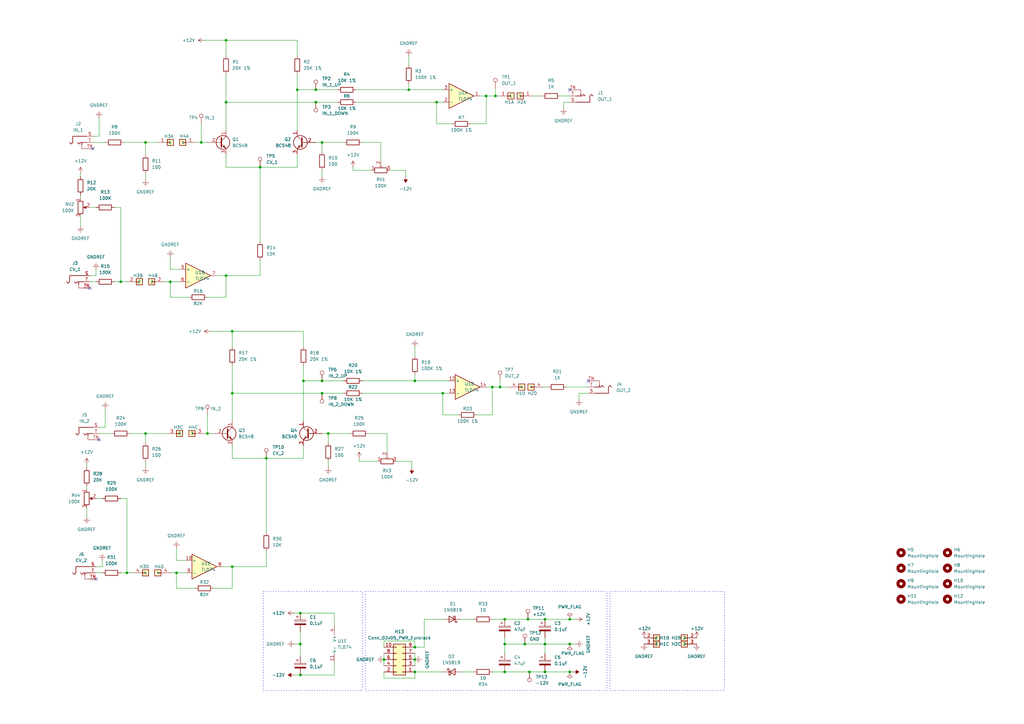
<source format=kicad_sch>
(kicad_sch (version 20230121) (generator eeschema)
  (paper "A3")
  (lib_symbols
    (symbol "Amplifier_Operational:TL074" (pin_names (offset 0.127))
      (property "Reference" "U" (at 0 5.08 0))
      (property "Value" "TL074" (at 0 -5.08 0))
      (symbol "TL074_1_1"
        (pin output line (at 7.62 0 180) (length 2.54) (name "~") (number "1"))
        (pin input line (at -7.62 -2.54 0) (length 2.54) (name "-") (number "2"))
        (pin input line (at -7.62 2.54 0) (length 2.54) (name "+") (number "3"))
      )
      (symbol "TL074_2_1"
        (pin input line (at -7.62 2.54 0) (length 2.54) (name "+") (number "5"))
        (pin input line (at -7.62 -2.54 0) (length 2.54) (name "-") (number "6"))
        (pin output line (at 7.62 0 180) (length 2.54) (name "~") (number "7"))
      )
      (symbol "TL074_3_1"
        (pin input line (at -7.62 2.54 0) (length 2.54) (name "+") (number "10"))
        (pin output line (at 7.62 0 180) (length 2.54) (name "~") (number "8"))
        (pin input line (at -7.62 -2.54 0) (length 2.54) (name "-") (number "9"))
      )
      (symbol "TL074_4_1"
        (pin input line (at -7.62 2.54 0) (length 2.54) (name "+") (number "12"))
        (pin input line (at -7.62 -2.54 0) (length 2.54) (name "-") (number "13"))
        (pin output line (at 7.62 0 180) (length 2.54) (name "~") (number "14"))
      )
      (symbol "TL074_5_1"
        (pin power_in line (at -2.54 -7.62 90) (length 3.81) (name "V-") (number "11"))
        (pin power_in line (at -2.54 7.62 270) (length 3.81) (name "V+") (number "4"))
      )
    )
    (symbol "Connector:TestPoint" (pin_numbers hide) (pin_names (offset 0.762) hide)
      (property "Reference" "TP" (at 0 6.858 0))
      (property "Value" "TestPoint" (at 0 5.08 0))
      (symbol "TestPoint_1_1"
        (pin passive line (at 0 0 90) (length 2.54) (name "1") (number "1"))
      )
    )
    (symbol "Device:C_Polarized" (pin_numbers hide) (pin_names (offset 0.254))
      (property "Reference" "C" (at 0.635 2.54 0))
      (property "Value" "C_Polarized" (at 0.635 -2.54 0))
      (symbol "C_Polarized_1_1"
        (pin passive line (at 0 3.81 270) (length 2.794) (name "~") (number "1"))
        (pin passive line (at 0 -3.81 90) (length 2.794) (name "~") (number "2"))
      )
    )
    (symbol "Device:R" (pin_numbers hide) (pin_names (offset 0))
      (property "Reference" "R" (at 2.032 0 90))
      (property "Value" "R" (at 0 0 90))
      (symbol "R_1_1"
        (pin passive line (at 0 3.81 270) (length 1.27) (name "~") (number "1"))
        (pin passive line (at 0 -3.81 90) (length 1.27) (name "~") (number "2"))
      )
    )
    (symbol "Device:R_Potentiometer" (pin_names (offset 1.016) hide)
      (property "Reference" "RV" (at -4.445 0 90))
      (property "Value" "R_Potentiometer" (at -2.54 0 90))
      (symbol "R_Potentiometer_1_1"
        (pin passive line (at 0 3.81 270) (length 1.27) (name "1") (number "1"))
        (pin passive line (at 3.81 0 180) (length 1.27) (name "2") (number "2"))
        (pin passive line (at 0 -3.81 90) (length 1.27) (name "3") (number "3"))
      )
    )
    (symbol "Device:R_Potentiometer_Trim" (pin_names (offset 1.016) hide)
      (property "Reference" "RV" (at -4.445 0 90))
      (property "Value" "R_Potentiometer_Trim" (at -2.54 0 90))
      (symbol "R_Potentiometer_Trim_1_1"
        (pin passive line (at 0 3.81 270) (length 1.27) (name "1") (number "1"))
        (pin passive line (at 3.81 0 180) (length 1.27) (name "2") (number "2"))
        (pin passive line (at 0 -3.81 90) (length 1.27) (name "3") (number "3"))
      )
    )
    (symbol "Diode:1N5819" (pin_numbers hide) (pin_names (offset 1.016) hide)
      (property "Reference" "D" (at 0 2.54 0))
      (property "Value" "1N5819" (at 0 -2.54 0))
      (symbol "1N5819_1_1"
        (pin passive line (at -3.81 0 0) (length 2.54) (name "K") (number "1"))
        (pin passive line (at 3.81 0 180) (length 2.54) (name "A") (number "2"))
      )
    )
    (symbol "Mechanical:MountingHole" (pin_names (offset 1.016))
      (property "Reference" "H" (at 0 5.08 0))
      (property "Value" "MountingHole" (at 0 3.175 0))
    )
    (symbol "Synth_Custom:CONN_02x05_PWR_Eurorack" (pin_names (offset 1.016) hide)
      (property "Reference" "H" (at 0 7.62 0))
      (property "Value" "Conn_02x05_PWR_Eurorack" (at 1.27 -7.62 0))
      (symbol "CONN_02x05_PWR_Eurorack_1_1"
        (pin passive line (at -6.35 5.08 0) (length 3.81) (name "Pin_1") (number "1"))
        (pin passive line (at 6.35 -5.08 180) (length 3.81) (name "Pin_10") (number "10"))
        (pin passive line (at 6.35 5.08 180) (length 3.81) (name "Pin_2") (number "2"))
        (pin passive line (at -6.35 2.54 0) (length 3.81) (name "Pin_3") (number "3"))
        (pin passive line (at 6.35 2.54 180) (length 3.81) (name "Pin_4") (number "4"))
        (pin passive line (at -6.35 0 0) (length 3.81) (name "Pin_5") (number "5"))
        (pin passive line (at 6.35 0 180) (length 3.81) (name "Pin_6") (number "6"))
        (pin passive line (at -6.35 -2.54 0) (length 3.81) (name "Pin_7") (number "7"))
        (pin passive line (at 6.35 -2.54 180) (length 3.81) (name "Pin_8") (number "8"))
        (pin passive line (at -6.35 -5.08 0) (length 3.81) (name "Pin_9") (number "9"))
      )
    )
    (symbol "Synth_Custom:CONN_Header_01x04"
      (property "Reference" "H" (at 2.54 0 0))
      (symbol "CONN_Header_01x04_1_1"
        (pin passive line (at -5.08 0 0) (length 3.81) (name "1") (number "1"))
      )
      (symbol "CONN_Header_01x04_2_1"
        (pin passive line (at -5.08 0 0) (length 3.81) (name "2") (number "2"))
      )
      (symbol "CONN_Header_01x04_3_1"
        (pin passive line (at -5.08 0 0) (length 3.81) (name "3") (number "3"))
      )
      (symbol "CONN_Header_01x04_4_1"
        (pin passive line (at -5.08 0 0) (length 3.81) (name "4") (number "4"))
      )
    )
    (symbol "Synth_Custom:CONN_Socket_01x04"
      (property "Reference" "H" (at 2.54 0 0))
      (symbol "CONN_Socket_01x04_1_1"
        (pin passive line (at -5.08 0 0) (length 3.81) (name "1") (number "1"))
      )
      (symbol "CONN_Socket_01x04_2_1"
        (pin passive line (at -5.08 0 0) (length 3.81) (name "2") (number "2"))
      )
      (symbol "CONN_Socket_01x04_3_1"
        (pin passive line (at -5.08 0 0) (length 3.81) (name "3") (number "3"))
      )
      (symbol "CONN_Socket_01x04_4_1"
        (pin passive line (at -5.08 0 0) (length 3.81) (name "4") (number "4"))
      )
    )
    (symbol "Synth_Custom:Jack_default"
      (property "Reference" "J" (at 0 8.89 0))
      (property "Value" "AudioJack2_PJ398SM" (at 0 6.35 0))
      (symbol "Jack_default_1_1"
        (pin passive line (at 5.08 2.54 180) (length 2.54) (name "~") (number "S"))
        (pin passive line (at 5.08 0 180) (length 2.54) (name "~") (number "T"))
        (pin passive line (at 5.08 -2.54 180) (length 2.54) (name "~") (number "TN"))
      )
    )
    (symbol "Transistor_BJT:BC548" (pin_names (offset 0) hide)
      (property "Reference" "Q" (at 5.08 1.905 0))
      (property "Value" "BC548" (at 5.08 0 0))
      (symbol "BC548_1_1"
        (pin passive line (at 2.54 5.08 270) (length 2.54) (name "C") (number "1"))
        (pin input line (at -5.08 0 0) (length 5.08) (name "B") (number "2"))
        (pin passive line (at 2.54 -5.08 90) (length 2.54) (name "E") (number "3"))
      )
    )
    (symbol "power:+12V" (power) (pin_names (offset 0))
      (property "Value" "+12V" (at 0 3.556 0))
      (symbol "+12V_1_1"
        (pin power_in line (at 0 0 90) (length 0) hide (name "+12V") (number "1"))
      )
    )
    (symbol "power:-12V" (power) (pin_names (offset 0))
      (property "Value" "-12V" (at 0 3.81 0))
      (symbol "-12V_0_0"
        (pin power_in line (at 0 0 90) (length 0) hide (name "-12V") (number "1"))
      )
    )
    (symbol "power:GNDREF" (power) (pin_names (offset 0))
      (property "Value" "GNDREF" (at 0 -3.81 0))
      (symbol "GNDREF_1_1"
        (pin power_in line (at 0 0 270) (length 0) hide (name "GNDREF") (number "1"))
      )
    )
    (symbol "power:PWR_FLAG" (power) (pin_numbers hide) (pin_names (offset 0) hide)
      (property "Value" "PWR_FLAG" (at 0 3.81 0))
      (symbol "PWR_FLAG_0_0"
        (pin power_out line (at 0 0 90) (length 0) (name "pwr") (number "1"))
      )
    )
  )
  (junction (at 121.92 36.83))
  (junction (at 129.54 41.91))
  (junction (at 49.53 115.57))
  (junction (at 205.105 158.75))
  (junction (at 123.19 264.16))
  (junction (at 207.01 264.16))
  (junction (at 233.68 275.59))
  (junction (at 170.18 275.59))
  (junction (at 223.52 264.16))
  (junction (at 157.48 270.51))
  (junction (at 179.07 41.91))
  (junction (at 233.68 254))
  (junction (at 223.52 254))
  (junction (at 52.07 234.95))
  (junction (at 82.55 58.42))
  (junction (at 170.18 156.21))
  (junction (at 106.68 68.58))
  (junction (at 132.08 161.29))
  (junction (at 92.71 16.51))
  (junction (at 72.39 234.95))
  (junction (at 217.17 275.59))
  (junction (at 124.46 156.21))
  (junction (at 92.71 113.03))
  (junction (at 167.64 36.83))
  (junction (at 95.25 161.29))
  (junction (at 207.01 254))
  (junction (at 170.18 270.51))
  (junction (at 59.69 58.42))
  (junction (at 134.62 177.8))
  (junction (at 123.19 276.86))
  (junction (at 132.08 156.21))
  (junction (at 95.25 232.41))
  (junction (at 201.93 158.75))
  (junction (at 215.265 264.16))
  (junction (at 216.535 254))
  (junction (at 85.09 177.8))
  (junction (at 170.18 265.43))
  (junction (at 92.71 41.91))
  (junction (at 95.25 135.89))
  (junction (at 207.01 275.59))
  (junction (at 233.68 264.16))
  (junction (at 181.61 161.29))
  (junction (at 129.54 36.83))
  (junction (at 69.85 115.57))
  (junction (at 132.08 58.42))
  (junction (at 199.39 39.37))
  (junction (at 223.52 275.59))
  (junction (at 59.69 177.8))
  (junction (at 123.19 251.46))
  (junction (at 109.22 187.96))
  (junction (at 203.2 39.37))
  (no_connect (at 40.64 180.34))
  (no_connect (at 36.83 118.11))
  (no_connect (at 241.3 156.21))
  (no_connect (at 38.1 60.96))
  (no_connect (at 39.37 237.49))
  (no_connect (at 233.68 36.83))
  (wire (pts (xy 72.39 234.95) (xy 76.2 234.95)))
  (wire (pts (xy 137.16 271.78) (xy 137.16 276.86)))
  (wire (pts (xy 106.68 113.03) (xy 106.68 106.68)))
  (wire (pts (xy 170.18 278.13) (xy 170.18 275.59)))
  (wire (pts (xy 134.62 189.23) (xy 134.62 191.77)))
  (wire (pts (xy 59.69 58.42) (xy 59.69 63.5)))
  (wire (pts (xy 95.25 149.86) (xy 95.25 161.29)))
  (wire (pts (xy 132.08 156.21) (xy 140.97 156.21)))
  (wire (pts (xy 124.46 182.88) (xy 124.46 187.96)))
  (wire (pts (xy 158.75 185.42) (xy 158.75 177.8)))
  (wire (pts (xy 132.08 69.85) (xy 132.08 72.39)))
  (wire (pts (xy 232.41 158.75) (xy 241.3 158.75)))
  (wire (pts (xy 120.65 276.86) (xy 123.19 276.86)))
  (wire (pts (xy 185.42 50.8) (xy 179.07 50.8)))
  (wire (pts (xy 173.99 254) (xy 181.61 254)))
  (wire (pts (xy 80.01 58.42) (xy 82.55 58.42)))
  (wire (pts (xy 33.02 80.01) (xy 33.02 81.28)))
  (wire (pts (xy 187.96 170.18) (xy 181.61 170.18)))
  (wire (pts (xy 129.54 36.83) (xy 138.43 36.83)))
  (wire (pts (xy 148.59 156.21) (xy 170.18 156.21)))
  (wire (pts (xy 170.18 153.67) (xy 170.18 156.21)))
  (wire (pts (xy 39.37 234.95) (xy 41.91 234.95)))
  (wire (pts (xy 59.69 177.8) (xy 59.69 181.61)))
  (wire (pts (xy 170.18 265.43) (xy 170.18 262.89)))
  (wire (pts (xy 106.68 68.58) (xy 106.68 99.06)))
  (wire (pts (xy 46.99 85.09) (xy 49.53 85.09)))
  (wire (pts (xy 170.18 267.97) (xy 170.18 270.51)))
  (wire (pts (xy 109.22 187.96) (xy 109.22 218.44)))
  (wire (pts (xy 193.04 50.8) (xy 199.39 50.8)))
  (wire (pts (xy 216.535 254) (xy 223.52 254)))
  (wire (pts (xy 132.08 58.42) (xy 140.97 58.42)))
  (wire (pts (xy 132.08 177.8) (xy 134.62 177.8)))
  (wire (pts (xy 50.8 58.42) (xy 59.69 58.42)))
  (wire (pts (xy 92.71 41.91) (xy 129.54 41.91)))
  (wire (pts (xy 215.265 264.16) (xy 223.52 264.16)))
  (wire (pts (xy 53.34 177.8) (xy 59.69 177.8)))
  (wire (pts (xy 69.85 115.57) (xy 73.66 115.57)))
  (wire (pts (xy 49.53 234.95) (xy 52.07 234.95)))
  (wire (pts (xy 124.46 187.96) (xy 109.22 187.96)))
  (wire (pts (xy 201.93 170.18) (xy 201.93 158.75)))
  (wire (pts (xy 52.07 115.57) (xy 49.53 115.57)))
  (wire (pts (xy 35.56 190.5) (xy 35.56 191.77)))
  (wire (pts (xy 92.71 30.48) (xy 92.71 41.91)))
  (wire (pts (xy 134.62 177.8) (xy 134.62 181.61)))
  (wire (pts (xy 123.19 259.08) (xy 123.19 264.16)))
  (wire (pts (xy 72.39 241.3) (xy 72.39 234.95)))
  (wire (pts (xy 123.19 264.16) (xy 123.19 269.24)))
  (wire (pts (xy 156.21 66.04) (xy 156.21 58.42)))
  (wire (pts (xy 199.39 50.8) (xy 199.39 39.37)))
  (wire (pts (xy 69.85 234.95) (xy 72.39 234.95)))
  (wire (pts (xy 147.32 189.23) (xy 154.94 189.23)))
  (wire (pts (xy 167.64 34.29) (xy 167.64 36.83)))
  (wire (pts (xy 35.56 199.39) (xy 35.56 200.66)))
  (wire (pts (xy 181.61 161.29) (xy 184.15 161.29)))
  (wire (pts (xy 168.91 191.77) (xy 168.91 189.23)))
  (wire (pts (xy 92.71 41.91) (xy 92.71 53.34)))
  (wire (pts (xy 223.52 275.59) (xy 233.68 275.59)))
  (wire (pts (xy 237.49 161.29) (xy 241.3 161.29)))
  (wire (pts (xy 77.47 121.92) (xy 69.85 121.92)))
  (wire (pts (xy 69.85 121.92) (xy 69.85 115.57)))
  (wire (pts (xy 231.14 44.45) (xy 231.14 41.91)))
  (wire (pts (xy 223.52 264.16) (xy 233.68 264.16)))
  (wire (pts (xy 92.71 63.5) (xy 92.71 68.58)))
  (wire (pts (xy 157.48 275.59) (xy 157.48 278.13)))
  (wire (pts (xy 85.09 121.92) (xy 92.71 121.92)))
  (wire (pts (xy 195.58 170.18) (xy 201.93 170.18)))
  (wire (pts (xy 144.78 69.85) (xy 152.4 69.85)))
  (wire (pts (xy 72.39 229.87) (xy 76.2 229.87)))
  (wire (pts (xy 134.62 177.8) (xy 143.51 177.8)))
  (wire (pts (xy 199.39 39.37) (xy 203.2 39.37)))
  (wire (pts (xy 196.85 39.37) (xy 199.39 39.37)))
  (wire (pts (xy 189.23 275.59) (xy 194.31 275.59)))
  (wire (pts (xy 170.18 270.51) (xy 170.18 273.05)))
  (wire (pts (xy 109.22 232.41) (xy 109.22 226.06)))
  (wire (pts (xy 137.16 251.46) (xy 137.16 256.54)))
  (wire (pts (xy 95.25 241.3) (xy 95.25 232.41)))
  (wire (pts (xy 132.08 161.29) (xy 140.97 161.29)))
  (wire (pts (xy 207.01 261.62) (xy 207.01 264.16)))
  (wire (pts (xy 43.18 175.26) (xy 43.18 167.64)))
  (wire (pts (xy 59.69 58.42) (xy 64.77 58.42)))
  (wire (pts (xy 123.19 264.16) (xy 120.65 264.16)))
  (wire (pts (xy 67.31 115.57) (xy 69.85 115.57)))
  (wire (pts (xy 233.68 275.59) (xy 234.95 275.59)))
  (wire (pts (xy 38.1 55.88) (xy 40.64 55.88)))
  (wire (pts (xy 95.25 187.96) (xy 109.22 187.96)))
  (wire (pts (xy 39.37 232.41) (xy 41.91 232.41)))
  (wire (pts (xy 80.01 241.3) (xy 72.39 241.3)))
  (wire (pts (xy 121.92 36.83) (xy 121.92 53.34)))
  (wire (pts (xy 82.55 58.42) (xy 85.09 58.42)))
  (wire (pts (xy 92.71 113.03) (xy 88.9 113.03)))
  (wire (pts (xy 40.64 55.88) (xy 40.64 48.26)))
  (wire (pts (xy 123.19 276.86) (xy 137.16 276.86)))
  (wire (pts (xy 54.61 234.95) (xy 52.07 234.95)))
  (wire (pts (xy 106.68 113.03) (xy 92.71 113.03)))
  (wire (pts (xy 207.01 254) (xy 216.535 254)))
  (wire (pts (xy 121.92 63.5) (xy 121.92 68.58)))
  (wire (pts (xy 157.48 267.97) (xy 157.48 270.51)))
  (wire (pts (xy 121.92 68.58) (xy 106.68 68.58)))
  (wire (pts (xy 85.09 177.8) (xy 87.63 177.8)))
  (wire (pts (xy 217.17 275.59) (xy 223.52 275.59)))
  (wire (pts (xy 158.75 177.8) (xy 151.13 177.8)))
  (wire (pts (xy 35.56 208.28) (xy 35.56 212.09)))
  (wire (pts (xy 233.68 264.16) (xy 236.22 264.16)))
  (wire (pts (xy 170.18 156.21) (xy 184.15 156.21)))
  (wire (pts (xy 121.92 36.83) (xy 129.54 36.83)))
  (wire (pts (xy 124.46 135.89) (xy 95.25 135.89)))
  (wire (pts (xy 40.64 177.8) (xy 45.72 177.8)))
  (wire (pts (xy 124.46 142.24) (xy 124.46 135.89)))
  (wire (pts (xy 36.83 85.09) (xy 39.37 85.09)))
  (wire (pts (xy 95.25 135.89) (xy 86.36 135.89)))
  (wire (pts (xy 33.02 71.12) (xy 33.02 72.39)))
  (wire (pts (xy 92.71 121.92) (xy 92.71 113.03)))
  (wire (pts (xy 38.1 58.42) (xy 43.18 58.42)))
  (wire (pts (xy 109.22 232.41) (xy 95.25 232.41)))
  (wire (pts (xy 205.105 158.75) (xy 208.915 158.75)))
  (wire (pts (xy 132.08 58.42) (xy 132.08 62.23)))
  (wire (pts (xy 173.99 254) (xy 173.99 265.43)))
  (wire (pts (xy 41.91 232.41) (xy 41.91 229.87)))
  (wire (pts (xy 166.37 69.85) (xy 160.02 69.85)))
  (wire (pts (xy 179.07 50.8) (xy 179.07 41.91)))
  (wire (pts (xy 223.52 254) (xy 233.68 254)))
  (wire (pts (xy 33.02 88.9) (xy 33.02 92.71)))
  (wire (pts (xy 218.44 39.37) (xy 222.25 39.37)))
  (wire (pts (xy 222.885 158.75) (xy 224.79 158.75)))
  (wire (pts (xy 167.64 36.83) (xy 181.61 36.83)))
  (wire (pts (xy 69.85 110.49) (xy 73.66 110.49)))
  (wire (pts (xy 179.07 41.91) (xy 181.61 41.91)))
  (wire (pts (xy 124.46 156.21) (xy 132.08 156.21)))
  (wire (pts (xy 207.01 264.16) (xy 207.01 267.97)))
  (wire (pts (xy 170.18 275.59) (xy 181.61 275.59)))
  (wire (pts (xy 95.25 182.88) (xy 95.25 187.96)))
  (wire (pts (xy 203.2 36.195) (xy 203.2 39.37)))
  (wire (pts (xy 129.54 41.91) (xy 138.43 41.91)))
  (wire (pts (xy 201.93 275.59) (xy 207.01 275.59)))
  (wire (pts (xy 36.83 115.57) (xy 39.37 115.57)))
  (wire (pts (xy 146.05 41.91) (xy 179.07 41.91)))
  (wire (pts (xy 147.32 187.96) (xy 147.32 189.23)))
  (wire (pts (xy 92.71 22.86) (xy 92.71 16.51)))
  (wire (pts (xy 95.25 232.41) (xy 91.44 232.41)))
  (wire (pts (xy 124.46 149.86) (xy 124.46 156.21)))
  (wire (pts (xy 85.09 170.18) (xy 85.09 177.8)))
  (wire (pts (xy 201.93 254) (xy 207.01 254)))
  (wire (pts (xy 207.01 275.59) (xy 217.17 275.59)))
  (wire (pts (xy 205.105 156.21) (xy 205.105 158.75)))
  (wire (pts (xy 72.39 224.79) (xy 72.39 229.87)))
  (wire (pts (xy 170.18 142.24) (xy 170.18 146.05)))
  (wire (pts (xy 233.68 254) (xy 236.22 254)))
  (wire (pts (xy 40.64 175.26) (xy 43.18 175.26)))
  (wire (pts (xy 49.53 204.47) (xy 52.07 204.47)))
  (wire (pts (xy 59.69 71.12) (xy 59.69 73.66)))
  (wire (pts (xy 157.48 270.51) (xy 157.48 273.05)))
  (wire (pts (xy 156.21 58.42) (xy 148.59 58.42)))
  (wire (pts (xy 157.48 278.13) (xy 170.18 278.13)))
  (wire (pts (xy 120.65 251.46) (xy 123.19 251.46)))
  (wire (pts (xy 181.61 170.18) (xy 181.61 161.29)))
  (wire (pts (xy 207.01 264.16) (xy 215.265 264.16)))
  (wire (pts (xy 189.23 254) (xy 194.31 254)))
  (wire (pts (xy 83.82 177.8) (xy 85.09 177.8)))
  (wire (pts (xy 121.92 16.51) (xy 92.71 16.51)))
  (wire (pts (xy 95.25 142.24) (xy 95.25 135.89)))
  (wire (pts (xy 203.2 39.37) (xy 204.47 39.37)))
  (wire (pts (xy 223.52 264.16) (xy 223.52 267.97)))
  (wire (pts (xy 173.99 265.43) (xy 170.18 265.43)))
  (wire (pts (xy 52.07 204.47) (xy 52.07 234.95)))
  (wire (pts (xy 123.19 251.46) (xy 137.16 251.46)))
  (wire (pts (xy 69.85 105.41) (xy 69.85 110.49)))
  (wire (pts (xy 59.69 177.8) (xy 68.58 177.8)))
  (wire (pts (xy 223.52 261.62) (xy 223.52 264.16)))
  (wire (pts (xy 168.91 189.23) (xy 162.56 189.23)))
  (wire (pts (xy 39.37 204.47) (xy 41.91 204.47)))
  (wire (pts (xy 121.92 22.86) (xy 121.92 16.51)))
  (wire (pts (xy 95.25 161.29) (xy 132.08 161.29)))
  (wire (pts (xy 124.46 156.21) (xy 124.46 172.72)))
  (wire (pts (xy 36.83 113.03) (xy 39.37 113.03)))
  (wire (pts (xy 92.71 68.58) (xy 106.68 68.58)))
  (wire (pts (xy 95.25 161.29) (xy 95.25 172.72)))
  (wire (pts (xy 144.78 68.58) (xy 144.78 69.85)))
  (wire (pts (xy 39.37 113.03) (xy 39.37 110.49)))
  (wire (pts (xy 229.87 39.37) (xy 233.68 39.37)))
  (wire (pts (xy 199.39 158.75) (xy 201.93 158.75)))
  (wire (pts (xy 121.92 30.48) (xy 121.92 36.83)))
  (wire (pts (xy 49.53 85.09) (xy 49.53 115.57)))
  (wire (pts (xy 87.63 241.3) (xy 95.25 241.3)))
  (wire (pts (xy 59.69 189.23) (xy 59.69 191.77)))
  (wire (pts (xy 166.37 72.39) (xy 166.37 69.85)))
  (wire (pts (xy 148.59 161.29) (xy 181.61 161.29)))
  (wire (pts (xy 157.48 262.89) (xy 157.48 265.43)))
  (wire (pts (xy 146.05 36.83) (xy 167.64 36.83)))
  (wire (pts (xy 201.93 158.75) (xy 205.105 158.75)))
  (wire (pts (xy 157.48 262.89) (xy 170.18 262.89)))
  (wire (pts (xy 129.54 58.42) (xy 132.08 58.42)))
  (wire (pts (xy 237.49 163.83) (xy 237.49 161.29)))
  (wire (pts (xy 46.99 115.57) (xy 49.53 115.57)))
  (wire (pts (xy 231.14 41.91) (xy 233.68 41.91)))
  (wire (pts (xy 82.55 50.8) (xy 82.55 58.42)))
  (wire (pts (xy 92.71 16.51) (xy 83.82 16.51)))
  (wire (pts (xy 167.64 22.86) (xy 167.64 26.67)))
  (rectangle (start 250.19 242.57) (end 297.18 283.21) (stroke (width 0.25) (type dot)))
  (rectangle (start 149.86 242.57) (end 248.92 283.21) (stroke (width 0.25) (type dot)))
  (rectangle (start 107.95 242.57) (end 148.59 283.21) (stroke (width 0.25) (type dot)))
  (symbol (lib_id "Device:R_Potentiometer") (at 35.56 204.47 0) (unit 1)
    (property "Reference" "RV4" (at 33.02 203.2 0) (effects (justify right)))
    (property "Value" "100K" (at 33.02 205.74 0) (effects (justify right)))
    (property "Footprint" "Potentiometer_THT:Potentiometer_TT_P0915N" (effects hide))
  )
  (symbol (lib_id "power:GNDREF") (at 39.37 110.49 180) (unit 1)
    (property "Reference" "#PWR012" (effects hide))
    (property "Value" "GNDREF" (at 39.37 105.41 0))
  )
  (symbol (lib_id "power:GNDREF") (at 231.14 44.45 0) (unit 1)
    (property "Reference" "#PWR03" (effects hide))
    (property "Value" "GNDREF" (at 231.14 49.53 0))
  )
  (symbol (lib_id "Device:R") (at 43.18 85.09 90) (unit 1)
    (property "Reference" "R13" (at 43.18 78.74 90))
    (property "Value" "100K" (at 43.18 81.28 90))
    (property "Footprint" "synth-custom:R_default" (effects hide))
  )
  (symbol (lib_id "Mechanical:MountingHole") (at 388.62 245.745 0) (unit 1)
    (property "Reference" "H12" (at 391.16 244.475 0) (effects (justify left)))
    (property "Value" "MountingHole" (at 391.16 247.015 0) (effects (justify left)))
    (property "Footprint" "MountingHole:MountingHole_3.2mm_M3" (effects hide))
  )
  (symbol (lib_id "Device:R") (at 45.72 234.95 90) (unit 1)
    (property "Reference" "R31" (at 45.72 228.6 90))
    (property "Value" "100K" (at 45.72 231.14 90))
    (property "Footprint" "synth-custom:R_default" (effects hide))
  )
  (symbol (lib_id "Device:R") (at 109.22 222.25 180) (unit 1)
    (property "Reference" "R30" (at 111.76 220.98 0) (effects (justify right)))
    (property "Value" "10K" (at 111.76 223.52 0) (effects (justify right)))
    (property "Footprint" "synth-custom:R_default" (effects hide))
  )
  (symbol (lib_id "power:-12V") (at 234.95 275.59 270) (unit 1)
    (property "Reference" "#PWR035" (effects hide))
    (property "Value" "-12V" (at 240.03 275.59 0))
  )
  (symbol (lib_id "Synth_Custom:CONN_Header_01x04") (at 73.66 177.8 0) (unit 3)
    (property "Reference" "H3" (at 71.12 175.26 0) (effects (justify left)))
    (property "Value" "TOP_4_SGL_1" (effects hide))
    (property "Footprint" "synth-custom:PinHeader_1x04_P2.54mm_Vertical" (effects hide))
  )
  (symbol (lib_id "power:GNDREF") (at 59.69 73.66 0) (unit 1)
    (property "Reference" "#PWR09" (effects hide))
    (property "Value" "GNDREF" (at 59.69 78.74 0))
  )
  (symbol (lib_id "Synth_Custom:CONN_Socket_01x04") (at 269.24 261.62 0) (unit 2)
    (property "Reference" "H1" (at 270.51 261.62 0) (effects (justify left)))
    (property "Value" "BTM_4_SGL_2" (effects hide))
    (property "Footprint" "synth-custom:PinSocket_1x04_P2.54mm_Vertical" (effects hide))
  )
  (symbol (lib_id "Device:C_Polarized") (at 123.19 273.05 0) (unit 1)
    (property "Reference" "C6" (at 127 270.891 0) (effects (justify left)))
    (property "Value" "0.1uF" (at 127 273.431 0) (effects (justify left)))
    (property "Footprint" "Capacitor_THT:CP_Radial_D4.0mm_P2.00mm" (effects hide))
  )
  (symbol (lib_id "power:GNDREF") (at 40.64 48.26 180) (unit 1)
    (property "Reference" "#PWR04" (effects hide))
    (property "Value" "GNDREF" (at 40.64 43.18 0))
  )
  (symbol (lib_id "Synth_Custom:Jack_default") (at 246.38 158.75 180) (unit 1)
    (property "Reference" "J4" (at 252.73 157.5435 0) (effects (justify right)))
    (property "Value" "OUT_2" (at 252.73 160.0835 0) (effects (justify right)))
    (property "Footprint" "synth-custom:Jack_default" (effects hide))
  )
  (symbol (lib_id "Device:R") (at 142.24 36.83 90) (unit 1)
    (property "Reference" "R4" (at 142.24 30.48 90))
    (property "Value" "10K 1%" (at 142.24 33.02 90))
    (property "Footprint" "synth-custom:R_default" (effects hide))
  )
  (symbol (lib_id "Diode:1N5819") (at 185.42 275.59 0) (unit 1)
    (property "Reference" "D2" (at 185.1025 269.24 0))
    (property "Value" "1N5819" (at 185.1025 271.78 0))
    (property "Footprint" "synth-custom:D_PWR_default" (effects hide))
    (property "Datasheet" "http://www.vishay.com/docs/88525/1n5817.pdf" (effects hide))
  )
  (symbol (lib_id "Mechanical:MountingHole") (at 369.57 226.695 0) (unit 1)
    (property "Reference" "H5" (at 372.11 225.425 0) (effects (justify left)))
    (property "Value" "MountingHole" (at 372.11 227.965 0) (effects (justify left)))
    (property "Footprint" "MountingHole:MountingHole_3.2mm_M3" (effects hide))
  )
  (symbol (lib_id "Device:R") (at 144.78 161.29 90) (unit 1)
    (property "Reference" "R22" (at 144.78 158.75 90))
    (property "Value" "10K 1%" (at 144.78 163.83 90))
    (property "Footprint" "synth-custom:R_default" (effects hide))
  )
  (symbol (lib_id "Synth_Custom:CONN_Socket_01x04") (at 269.24 264.16 0) (unit 3)
    (property "Reference" "H1" (at 270.51 264.16 0) (effects (justify left)))
    (property "Value" "BTM_4_SGL_2" (effects hide))
    (property "Footprint" "synth-custom:PinSocket_1x04_P2.54mm_Vertical" (effects hide))
  )
  (symbol (lib_id "Device:R") (at 198.12 275.59 90) (unit 1)
    (property "Reference" "R34" (at 198.12 280.67 90))
    (property "Value" "10" (at 198.12 278.13 90))
    (property "Footprint" "synth-custom:R_default" (effects hide))
  )
  (symbol (lib_id "Device:R") (at 189.23 50.8 270) (unit 1)
    (property "Reference" "R7" (at 189.23 48.26 90))
    (property "Value" "100K 1%" (at 189.23 53.34 90))
    (property "Footprint" "synth-custom:R_default" (effects hide))
  )
  (symbol (lib_id "Device:R") (at 92.71 26.67 180) (unit 1)
    (property "Reference" "R1" (at 95.25 25.4 0) (effects (justify right)))
    (property "Value" "20K 1%" (at 95.25 27.94 0) (effects (justify right)))
    (property "Footprint" "synth-custom:R_default" (effects hide))
  )
  (symbol (lib_id "Device:R") (at 144.78 156.21 90) (unit 1)
    (property "Reference" "R20" (at 144.78 149.86 90))
    (property "Value" "10K 1%" (at 144.78 152.4 90))
    (property "Footprint" "synth-custom:R_default" (effects hide))
  )
  (symbol (lib_id "power:PWR_FLAG") (at 233.68 254 0) (unit 1)
    (property "Reference" "#FLG01" (effects hide))
    (property "Value" "PWR_FLAG" (at 233.68 248.92 0))
  )
  (symbol (lib_id "Device:R") (at 95.25 146.05 180) (unit 1)
    (property "Reference" "R17" (at 97.79 144.78 0) (effects (justify right)))
    (property "Value" "20K 1%" (at 97.79 147.32 0) (effects (justify right)))
    (property "Footprint" "synth-custom:R_default" (effects hide))
  )
  (symbol (lib_id "Device:R_Potentiometer_Trim") (at 158.75 189.23 90) (unit 1)
    (property "Reference" "RV3" (at 158.75 193.04 90))
    (property "Value" "100K" (at 158.75 195.58 90))
    (property "Footprint" "Potentiometer_THT:Potentiometer_Bourns_3296W_Vertical" (effects hide))
  )
  (symbol (lib_id "Diode:1N5819") (at 185.42 254 180) (unit 1)
    (property "Reference" "D1" (at 185.7375 247.65 0))
    (property "Value" "1N5819" (at 185.7375 250.19 0))
    (property "Footprint" "synth-custom:D_PWR_default" (effects hide))
    (property "Datasheet" "http://www.vishay.com/docs/88525/1n5817.pdf" (effects hide))
  )
  (symbol (lib_id "Synth_Custom:CONN_Socket_01x04") (at 74.93 58.42 180) (unit 1)
    (property "Reference" "H4" (at 77.47 55.88 0) (effects (justify left)))
    (property "Value" "BTM_4_SGL_1" (effects hide))
    (property "Footprint" "synth-custom:PinSocket_1x04_P2.54mm_Vertical" (effects hide))
  )
  (symbol (lib_id "power:GNDREF") (at 43.18 167.64 180) (unit 1)
    (property "Reference" "#PWR016" (effects hide))
    (property "Value" "GNDREF" (at 43.18 162.56 0))
  )
  (symbol (lib_id "Device:R") (at 170.18 149.86 0) (unit 1)
    (property "Reference" "R19" (at 172.72 148.59 0) (effects (justify left)))
    (property "Value" "100K 1%" (at 172.72 151.13 0) (effects (justify left)))
    (property "Footprint" "synth-custom:R_default" (effects hide))
  )
  (symbol (lib_id "Device:C_Polarized") (at 223.52 271.78 0) (unit 1)
    (property "Reference" "C5" (at 227.33 269.621 0) (effects (justify left)))
    (property "Value" "0.1uF" (at 227.33 272.161 0) (effects (justify left)))
    (property "Footprint" "Capacitor_THT:CP_Radial_D4.0mm_P2.00mm" (effects hide))
  )
  (symbol (lib_id "Device:R") (at 226.06 39.37 90) (unit 1)
    (property "Reference" "R5" (at 226.06 33.02 90))
    (property "Value" "1K" (at 226.06 35.56 90))
    (property "Footprint" "synth-custom:R_default" (effects hide))
  )
  (symbol (lib_id "Device:R") (at 147.32 177.8 90) (unit 1)
    (property "Reference" "R25" (at 147.32 171.45 90))
    (property "Value" "100K" (at 147.32 173.99 90))
    (property "Footprint" "synth-custom:R_default" (effects hide))
  )
  (symbol (lib_id "Connector:TestPoint") (at 216.535 254 0) (unit 1)
    (property "Reference" "TP11" (at 218.44 249.428 0) (effects (justify left)))
    (property "Value" "+12V" (at 218.44 251.968 0) (effects (justify left)))
    (property "Footprint" "Connector_Pin:Pin_D1.0mm_L10.0mm" (effects hide))
  )
  (symbol (lib_id "Transistor_BJT:BC548") (at 90.17 58.42 0) (unit 1)
    (property "Reference" "Q1" (at 95.25 57.15 0) (effects (justify left)))
    (property "Value" "BC548" (at 95.25 59.69 0) (effects (justify left)))
    (property "Footprint" "Package_TO_SOT_THT:TO-92_HandSolder" (effects hide))
    (property "Datasheet" "https://www.onsemi.com/pub/Collateral/BC550-D.pdf" (effects hide))
  )
  (symbol (lib_id "Transistor_BJT:BC548") (at 92.71 177.8 0) (unit 1)
    (property "Reference" "Q3" (at 97.79 176.53 0) (effects (justify left)))
    (property "Value" "BC548" (at 97.79 179.07 0) (effects (justify left)))
    (property "Footprint" "Package_TO_SOT_THT:TO-92_HandSolder" (effects hide))
    (property "Datasheet" "https://www.onsemi.com/pub/Collateral/BC550-D.pdf" (effects hide))
  )
  (symbol (lib_id "Mechanical:MountingHole") (at 369.57 245.745 0) (unit 1)
    (property "Reference" "H11" (at 372.11 244.475 0) (effects (justify left)))
    (property "Value" "MountingHole" (at 372.11 247.015 0) (effects (justify left)))
    (property "Footprint" "MountingHole:MountingHole_3.2mm_M3" (effects hide))
  )
  (symbol (lib_id "Synth_Custom:CONN_Header_01x04") (at 69.85 58.42 0) (unit 1)
    (property "Reference" "H3" (at 67.31 55.88 0) (effects (justify left)))
    (property "Value" "TOP_4_SGL_1" (effects hide))
    (property "Footprint" "synth-custom:PinHeader_1x04_P2.54mm_Vertical" (effects hide))
  )
  (symbol (lib_id "Synth_Custom:CONN_Socket_01x04") (at 213.995 158.75 0) (unit 4)
    (property "Reference" "H1" (at 211.455 161.29 0) (effects (justify left)))
    (property "Value" "BTM_4_SGL_2" (effects hide))
    (property "Footprint" "synth-custom:PinSocket_1x04_P2.54mm_Vertical" (effects hide))
  )
  (symbol (lib_id "Connector:TestPoint") (at 109.22 187.96 0) (unit 1)
    (property "Reference" "TP10" (at 111.76 183.388 0) (effects (justify left)))
    (property "Value" "CV_2" (at 111.76 185.928 0) (effects (justify left)))
    (property "Footprint" "Connector_Pin:Pin_D1.0mm_L10.0mm" (effects hide))
  )
  (symbol (lib_id "power:PWR_FLAG") (at 233.68 264.16 180) (unit 1)
    (property "Reference" "#FLG02" (effects hide))
    (property "Value" "PWR_FLAG" (at 234.95 267.97 0))
  )
  (symbol (lib_id "Device:C_Polarized") (at 207.01 271.78 0) (unit 1)
    (property "Reference" "C4" (at 210.82 269.621 0) (effects (justify left)))
    (property "Value" "47uF" (at 210.82 272.161 0) (effects (justify left)))
    (property "Footprint" "Capacitor_THT:CP_Radial_D6.3mm_P2.50mm" (effects hide))
  )
  (symbol (lib_id "Transistor_BJT:BC548") (at 124.46 58.42 0) (mirror y) (unit 1)
    (property "Reference" "Q2" (at 119.38 57.15 0) (effects (justify left)))
    (property "Value" "BC548" (at 119.38 59.69 0) (effects (justify left)))
    (property "Footprint" "Package_TO_SOT_THT:TO-92_HandSolder" (effects hide))
    (property "Datasheet" "https://www.onsemi.com/pub/Collateral/BC550-D.pdf" (effects hide))
  )
  (symbol (lib_id "power:GNDREF") (at 236.22 264.16 90) (unit 1)
    (property "Reference" "#PWR030" (effects hide))
    (property "Value" "GNDREF" (at 241.3 264.16 0))
  )
  (symbol (lib_id "Synth_Custom:CONN_Header_01x04") (at 59.69 234.95 0) (unit 4)
    (property "Reference" "H3" (at 57.15 232.41 0) (effects (justify left)))
    (property "Value" "TOP_4_SGL_1" (effects hide))
    (property "Footprint" "synth-custom:PinHeader_1x04_P2.54mm_Vertical" (effects hide))
  )
  (symbol (lib_id "Connector:TestPoint") (at 106.68 68.58 0) (unit 1)
    (property "Reference" "TP5" (at 109.22 64.008 0) (effects (justify left)))
    (property "Value" "CV_1" (at 109.22 66.548 0) (effects (justify left)))
    (property "Footprint" "Connector_Pin:Pin_D1.0mm_L10.0mm" (effects hide))
  )
  (symbol (lib_id "power:+12V") (at 33.02 71.12 0) (unit 1)
    (property "Reference" "#PWR06" (effects hide))
    (property "Value" "+12V" (at 33.02 66.04 0))
  )
  (symbol (lib_id "power:+12V") (at 147.32 187.96 0) (unit 1)
    (property "Reference" "#PWR017" (effects hide))
    (property "Value" "+12V" (at 147.32 182.88 0))
  )
  (symbol (lib_id "power:GNDREF") (at 264.16 264.16 0) (unit 1)
    (property "Reference" "#PWR031" (effects hide))
    (property "Value" "GNDREF" (at 264.16 269.24 0))
  )
  (symbol (lib_id "Connector:TestPoint") (at 129.54 36.83 0) (unit 1)
    (property "Reference" "TP2" (at 132.08 32.258 0) (effects (justify left)))
    (property "Value" "IN_1_UP" (at 132.08 34.798 0) (effects (justify left)))
    (property "Footprint" "Connector_Pin:Pin_D1.0mm_L10.0mm" (effects hide))
  )
  (symbol (lib_id "Device:R") (at 106.68 102.87 180) (unit 1)
    (property "Reference" "R14" (at 109.22 101.6 0) (effects (justify right)))
    (property "Value" "10K" (at 109.22 104.14 0) (effects (justify right)))
    (property "Footprint" "synth-custom:R_default" (effects hide))
  )
  (symbol (lib_id "Device:R") (at 191.77 170.18 270) (unit 1)
    (property "Reference" "R23" (at 191.77 167.64 90))
    (property "Value" "100K 1%" (at 191.77 172.72 90))
    (property "Footprint" "synth-custom:R_default" (effects hide))
  )
  (symbol (lib_id "power:GNDREF") (at 33.02 92.71 0) (unit 1)
    (property "Reference" "#PWR010" (effects hide))
    (property "Value" "GNDREF" (at 33.02 97.79 0))
  )
  (symbol (lib_id "power:GNDREF") (at 120.65 264.16 270) (unit 1)
    (property "Reference" "#PWR029" (effects hide))
    (property "Value" "GNDREF" (at 116.84 264.16 90) (effects (justify right)))
  )
  (symbol (lib_id "Synth_Custom:CONN_Header_01x04") (at 280.67 261.62 180) (unit 2)
    (property "Reference" "H2" (at 279.4 261.62 0) (effects (justify left)))
    (property "Value" "TOP_4_SGL_2" (effects hide))
    (property "Footprint" "synth-custom:PinHeader_1x04_P2.54mm_Vertical" (effects hide))
  )
  (symbol (lib_id "Device:C_Polarized") (at 207.01 257.81 0) (unit 1)
    (property "Reference" "C2" (at 210.82 255.651 0) (effects (justify left)))
    (property "Value" "47uF" (at 210.82 258.191 0) (effects (justify left)))
    (property "Footprint" "Capacitor_THT:CP_Radial_D6.3mm_P2.50mm" (effects hide))
  )
  (symbol (lib_id "Device:C_Polarized") (at 123.19 255.27 0) (unit 1)
    (property "Reference" "C1" (at 127 253.111 0) (effects (justify left)))
    (property "Value" "0.1uF" (at 127 255.651 0) (effects (justify left)))
    (property "Footprint" "Capacitor_THT:CP_Radial_D4.0mm_P2.00mm" (effects hide))
  )
  (symbol (lib_id "Connector:TestPoint") (at 129.54 41.91 180) (unit 1)
    (property "Reference" "TP3" (at 132.08 43.942 0) (effects (justify right)))
    (property "Value" "IN_1_DOWN" (at 132.08 46.482 0) (effects (justify right)))
    (property "Footprint" "Connector_Pin:Pin_D1.0mm_L10.0mm" (effects hide))
  )
  (symbol (lib_id "power:+12V") (at 264.16 261.62 0) (unit 1)
    (property "Reference" "#PWR027" (effects hide))
    (property "Value" "+12V" (at 261.62 257.81 0) (effects (justify left)))
  )
  (symbol (lib_id "Synth_Custom:CONN_Header_01x04") (at 57.15 115.57 0) (unit 2)
    (property "Reference" "H3" (at 54.61 113.03 0) (effects (justify left)))
    (property "Value" "TOP_4_SGL_1" (effects hide))
    (property "Footprint" "synth-custom:PinHeader_1x04_P2.54mm_Vertical" (effects hide))
  )
  (symbol (lib_id "power:GNDREF") (at 170.18 270.51 90) (unit 1)
    (property "Reference" "#PWR034" (effects hide))
    (property "Value" "GNDREF" (at 175.26 270.51 0))
  )
  (symbol (lib_id "Mechanical:MountingHole") (at 369.57 233.045 0) (unit 1)
    (property "Reference" "H7" (at 372.11 231.775 0) (effects (justify left)))
    (property "Value" "MountingHole" (at 372.11 234.315 0) (effects (justify left)))
    (property "Footprint" "MountingHole:MountingHole_3.2mm_M3" (effects hide))
  )
  (symbol (lib_id "Device:R") (at 142.24 41.91 90) (unit 1)
    (property "Reference" "R6" (at 142.24 39.37 90))
    (property "Value" "10K 1%" (at 142.24 44.45 90))
    (property "Footprint" "synth-custom:R_default" (effects hide))
  )
  (symbol (lib_id "Connector:TestPoint") (at 215.265 264.16 0) (unit 1)
    (property "Reference" "TP12" (at 217.17 259.588 0) (effects (justify left)))
    (property "Value" "GND" (at 217.17 262.128 0) (effects (justify left)))
    (property "Footprint" "Connector_Pin:Pin_D1.0mm_L10.0mm" (effects hide))
  )
  (symbol (lib_id "Connector:TestPoint") (at 132.08 161.29 180) (unit 1)
    (property "Reference" "TP8" (at 134.62 163.322 0) (effects (justify right)))
    (property "Value" "IN_2_DOWN" (at 134.62 165.862 0) (effects (justify right)))
    (property "Footprint" "Connector_Pin:Pin_D1.0mm_L10.0mm" (effects hide))
  )
  (symbol (lib_id "Connector:TestPoint") (at 205.105 156.21 0) (unit 1)
    (property "Reference" "TP7" (at 207.01 151.638 0) (effects (justify left)))
    (property "Value" "OUT_2" (at 207.01 154.178 0) (effects (justify left)))
    (property "Footprint" "Connector_Pin:Pin_D1.0mm_L10.0mm" (effects hide))
  )
  (symbol (lib_id "Device:R_Potentiometer") (at 33.02 85.09 0) (unit 1)
    (property "Reference" "RV2" (at 30.48 83.82 0) (effects (justify right)))
    (property "Value" "100K" (at 30.48 86.36 0) (effects (justify right)))
    (property "Footprint" "Potentiometer_THT:Potentiometer_TT_P0915N" (effects hide))
  )
  (symbol (lib_id "power:-12V") (at 166.37 72.39 180) (unit 1)
    (property "Reference" "#PWR08" (effects hide))
    (property "Value" "-12V" (at 166.37 77.47 0))
  )
  (symbol (lib_id "Device:R") (at 59.69 185.42 180) (unit 1)
    (property "Reference" "R26" (at 62.23 184.15 0) (effects (justify right)))
    (property "Value" "100" (at 62.23 186.69 0) (effects (justify right)))
    (property "Footprint" "synth-custom:R_default" (effects hide))
  )
  (symbol (lib_id "Synth_Custom:CONN_Socket_01x04") (at 78.74 177.8 180) (unit 3)
    (property "Reference" "H4" (at 81.28 175.26 0) (effects (justify left)))
    (property "Value" "BTM_4_SGL_1" (effects hide))
    (property "Footprint" "synth-custom:PinSocket_1x04_P2.54mm_Vertical" (effects hide))
  )
  (symbol (lib_id "Mechanical:MountingHole") (at 388.62 239.395 0) (unit 1)
    (property "Reference" "H10" (at 391.16 238.125 0) (effects (justify left)))
    (property "Value" "MountingHole" (at 391.16 240.665 0) (effects (justify left)))
    (property "Footprint" "MountingHole:MountingHole_3.2mm_M3" (effects hide))
  )
  (symbol (lib_id "Device:R") (at 49.53 177.8 90) (unit 1)
    (property "Reference" "R24" (at 49.53 171.45 90))
    (property "Value" "100K" (at 49.53 173.99 90))
    (property "Footprint" "synth-custom:R_default" (effects hide))
  )
  (symbol (lib_id "power:GNDREF") (at 132.08 72.39 0) (unit 1)
    (property "Reference" "#PWR07" (effects hide))
    (property "Value" "GNDREF" (at 132.08 77.47 0))
  )
  (symbol (lib_id "Device:C_Polarized") (at 223.52 257.81 0) (unit 1)
    (property "Reference" "C3" (at 227.33 255.651 0) (effects (justify left)))
    (property "Value" "0.1uF" (at 227.33 258.191 0) (effects (justify left)))
    (property "Footprint" "Capacitor_THT:CP_Radial_D4.0mm_P2.00mm" (effects hide))
  )
  (symbol (lib_id "Synth_Custom:CONN_Header_01x04") (at 213.36 39.37 180) (unit 1)
    (property "Reference" "H2" (at 215.9 41.91 0) (effects (justify left)))
    (property "Value" "TOP_4_SGL_2" (effects hide))
    (property "Footprint" "synth-custom:PinHeader_1x04_P2.54mm_Vertical" (effects hide))
  )
  (symbol (lib_id "power:GNDREF") (at 157.48 270.51 270) (unit 1)
    (property "Reference" "#PWR033" (effects hide))
    (property "Value" "GNDREF" (at 153.67 270.51 90) (effects (justify right)))
  )
  (symbol (lib_id "power:GNDREF") (at 167.64 22.86 180) (unit 1)
    (property "Reference" "#PWR02" (effects hide))
    (property "Value" "GNDREF" (at 167.64 17.78 0))
  )
  (symbol (lib_id "Mechanical:MountingHole") (at 388.62 233.045 0) (unit 1)
    (property "Reference" "H8" (at 391.16 231.775 0) (effects (justify left)))
    (property "Value" "MountingHole" (at 391.16 234.315 0) (effects (justify left)))
    (property "Footprint" "MountingHole:MountingHole_3.2mm_M3" (effects hide))
  )
  (symbol (lib_id "power:GNDREF") (at 134.62 191.77 0) (unit 1)
    (property "Reference" "#PWR020" (effects hide))
    (property "Value" "GNDREF" (at 134.62 196.85 0))
  )
  (symbol (lib_id "power:GNDREF") (at 69.85 105.41 180) (unit 1)
    (property "Reference" "#PWR011" (effects hide))
    (property "Value" "GNDREF" (at 69.85 100.33 0))
  )
  (symbol (lib_id "Device:R") (at 132.08 66.04 180) (unit 1)
    (property "Reference" "R10" (at 134.62 64.77 0) (effects (justify right)))
    (property "Value" "100" (at 134.62 67.31 0) (effects (justify right)))
    (property "Footprint" "synth-custom:R_default" (effects hide))
  )
  (symbol (lib_id "Device:R") (at 59.69 67.31 180) (unit 1)
    (property "Reference" "R11" (at 62.23 66.04 0) (effects (justify right)))
    (property "Value" "100" (at 62.23 68.58 0) (effects (justify right)))
    (property "Footprint" "synth-custom:R_default" (effects hide))
  )
  (symbol (lib_id "Connector:TestPoint") (at 85.09 170.18 0) (unit 1)
    (property "Reference" "TP9" (at 80.01 167.64 0) (effects (justify left)))
    (property "Value" "IN_2" (at 86.36 167.64 0) (effects (justify left)))
    (property "Footprint" "Connector_Pin:Pin_D1.0mm_L10.0mm" (effects hide))
  )
  (symbol (lib_id "Synth_Custom:Jack_default") (at 34.29 234.95 0) (unit 1)
    (property "Reference" "J6" (at 33.3375 227.33 0))
    (property "Value" "CV_2" (at 33.3375 229.87 0))
    (property "Footprint" "synth-custom:Jack_default" (effects hide))
  )
  (symbol (lib_id "Mechanical:MountingHole") (at 369.57 239.395 0) (unit 1)
    (property "Reference" "H9" (at 372.11 238.125 0) (effects (justify left)))
    (property "Value" "MountingHole" (at 372.11 240.665 0) (effects (justify left)))
    (property "Footprint" "MountingHole:MountingHole_3.2mm_M3" (effects hide))
  )
  (symbol (lib_id "power:GNDREF") (at 285.75 264.16 0) (unit 1)
    (property "Reference" "#PWR032" (effects hide))
    (property "Value" "GNDREF" (at 285.75 269.24 0))
  )
  (symbol (lib_id "Synth_Custom:CONN_02x05_PWR_Eurorack") (at 163.83 270.51 180) (unit 1)
    (property "Reference" "H13" (at 163.83 259.08 0))
    (property "Value" "Conn_02x05_PWR_Eurorack" (at 163.83 261.62 0))
    (property "Footprint" "synth-custom:CONN_02x05_PWR" (effects hide))
  )
  (symbol (lib_id "Device:R") (at 46.99 58.42 90) (unit 1)
    (property "Reference" "R8" (at 46.99 52.07 90))
    (property "Value" "100K" (at 46.99 54.61 90))
    (property "Footprint" "synth-custom:R_default" (effects hide))
  )
  (symbol (lib_id "Device:R") (at 124.46 146.05 180) (unit 1)
    (property "Reference" "R18" (at 127 144.78 0) (effects (justify right)))
    (property "Value" "20K 1%" (at 127 147.32 0) (effects (justify right)))
    (property "Footprint" "synth-custom:R_default" (effects hide))
  )
  (symbol (lib_id "Device:R") (at 35.56 195.58 180) (unit 1)
    (property "Reference" "R28" (at 38.1 194.31 0) (effects (justify right)))
    (property "Value" "20K" (at 38.1 196.85 0) (effects (justify right)))
    (property "Footprint" "synth-custom:R_default" (effects hide))
  )
  (symbol (lib_id "power:-12V") (at 120.65 276.86 90) (unit 1)
    (property "Reference" "#PWR036" (effects hide))
    (property "Value" "-12V" (at 116.84 276.86 90) (effects (justify left)))
  )
  (symbol (lib_id "Device:R") (at 43.18 115.57 90) (unit 1)
    (property "Reference" "R15" (at 43.18 109.22 90))
    (property "Value" "100K" (at 43.18 111.76 90))
    (property "Footprint" "synth-custom:R_default" (effects hide))
  )
  (symbol (lib_id "Synth_Custom:CONN_Header_01x04") (at 280.67 264.16 180) (unit 3)
    (property "Reference" "H2" (at 279.4 264.16 0) (effects (justify left)))
    (property "Value" "TOP_4_SGL_2" (effects hide))
    (property "Footprint" "synth-custom:PinHeader_1x04_P2.54mm_Vertical" (effects hide))
  )
  (symbol (lib_id "power:GNDREF") (at 59.69 191.77 0) (unit 1)
    (property "Reference" "#PWR019" (effects hide))
    (property "Value" "GNDREF" (at 59.69 196.85 0))
  )
  (symbol (lib_id "Connector:TestPoint") (at 203.2 36.195 0) (unit 1)
    (property "Reference" "TP1" (at 205.74 31.623 0) (effects (justify left)))
    (property "Value" "OUT_1" (at 205.74 34.163 0) (effects (justify left)))
    (property "Footprint" "Connector_Pin:Pin_D1.0mm_L10.0mm" (effects hide))
  )
  (symbol (lib_id "Amplifier_Operational:TL074") (at 189.23 39.37 0) (unit 1)
    (property "Reference" "U1" (at 187.96 38.1 0) (effects (justify left)))
    (property "Value" "TL074" (at 187.96 40.64 0) (effects (justify left)))
    (property "Footprint" "Package_DIP:DIP-14_W7.62mm_Socket_LongPads" (effects hide))
    (property "Datasheet" "http://www.ti.com/lit/ds/symlink/tl071.pdf" (effects hide))
  )
  (symbol (lib_id "power:+12V") (at 120.65 251.46 90) (unit 1)
    (property "Reference" "#PWR025" (effects hide))
    (property "Value" "+12V" (at 116.84 251.46 90) (effects (justify left)))
  )
  (symbol (lib_id "Amplifier_Operational:TL074") (at 139.7 264.16 0) (unit 5)
    (property "Reference" "U1" (at 138.43 262.89 0) (effects (justify left)))
    (property "Value" "TL074" (at 138.43 265.43 0) (effects (justify left)))
    (property "Footprint" "Package_DIP:DIP-14_W7.62mm_Socket_LongPads" (effects hide))
    (property "Datasheet" "http://www.ti.com/lit/ds/symlink/tl071.pdf" (effects hide))
  )
  (symbol (lib_id "power:GNDREF") (at 41.91 229.87 180) (unit 1)
    (property "Reference" "#PWR024" (effects hide))
    (property "Value" "GNDREF" (at 41.91 224.79 0))
  )
  (symbol (lib_id "power:+12V") (at 236.22 254 270) (unit 1)
    (property "Reference" "#PWR026" (effects hide))
    (property "Value" "+12V" (at 241.3 254 0))
  )
  (symbol (lib_id "Synth_Custom:CONN_Socket_01x04") (at 62.23 115.57 180) (unit 2)
    (property "Reference" "H4" (at 64.77 113.03 0) (effects (justify left)))
    (property "Value" "BTM_4_SGL_1" (effects hide))
    (property "Footprint" "synth-custom:PinSocket_1x04_P2.54mm_Vertical" (effects hide))
  )
  (symbol (lib_id "Connector:TestPoint") (at 217.17 275.59 180) (unit 1)
    (property "Reference" "TP13" (at 219.71 277.622 0) (effects (justify right)))
    (property "Value" "-12V" (at 219.71 280.162 0) (effects (justify right)))
    (property "Footprint" "Connector_Pin:Pin_D1.0mm_L10.0mm" (effects hide))
  )
  (symbol (lib_id "Transistor_BJT:BC548") (at 127 177.8 0) (mirror y) (unit 1)
    (property "Reference" "Q4" (at 121.92 176.53 0) (effects (justify left)))
    (property "Value" "BC548" (at 121.92 179.07 0) (effects (justify left)))
    (property "Footprint" "Package_TO_SOT_THT:TO-92_HandSolder" (effects hide))
    (property "Datasheet" "https://www.onsemi.com/pub/Collateral/BC550-D.pdf" (effects hide))
  )
  (symbol (lib_id "Device:R") (at 228.6 158.75 90) (unit 1)
    (property "Reference" "R21" (at 228.6 152.4 90))
    (property "Value" "1K" (at 228.6 154.94 90))
    (property "Footprint" "synth-custom:R_default" (effects hide))
  )
  (symbol (lib_id "Synth_Custom:CONN_Socket_01x04") (at 64.77 234.95 180) (unit 4)
    (property "Reference" "H4" (at 67.31 232.41 0) (effects (justify left)))
    (property "Value" "BTM_4_SGL_1" (effects hide))
    (property "Footprint" "synth-custom:PinSocket_1x04_P2.54mm_Vertical" (effects hide))
  )
  (symbol (lib_id "Synth_Custom:Jack_default") (at 238.76 39.37 180) (unit 1)
    (property "Reference" "J1" (at 245.11 38.1635 0) (effects (justify right)))
    (property "Value" "OUT_1" (at 245.11 40.7035 0) (effects (justify right)))
    (property "Footprint" "synth-custom:Jack_default" (effects hide))
  )
  (symbol (lib_id "power:GNDREF") (at 237.49 163.83 0) (unit 1)
    (property "Reference" "#PWR015" (effects hide))
    (property "Value" "GNDREF" (at 237.49 168.91 0))
  )
  (symbol (lib_id "power:+12V") (at 86.36 135.89 90) (unit 1)
    (property "Reference" "#PWR013" (effects hide))
    (property "Value" "+12V" (at 82.55 135.89 90) (effects (justify left)))
  )
  (symbol (lib_id "power:GNDREF") (at 170.18 142.24 180) (unit 1)
    (property "Reference" "#PWR014" (effects hide))
    (property "Value" "GNDREF" (at 170.18 137.16 0))
  )
  (symbol (lib_id "power:-12V") (at 168.91 191.77 180) (unit 1)
    (property "Reference" "#PWR021" (effects hide))
    (property "Value" "-12V" (at 168.91 196.85 0))
  )
  (symbol (lib_id "power:+12V") (at 144.78 68.58 0) (unit 1)
    (property "Reference" "#PWR05" (effects hide))
    (property "Value" "+12V" (at 144.78 63.5 0))
  )
  (symbol (lib_id "Device:R") (at 198.12 254 90) (unit 1)
    (property "Reference" "R33" (at 198.12 247.65 90))
    (property "Value" "10" (at 198.12 250.19 90))
    (property "Footprint" "synth-custom:R_default" (effects hide))
  )
  (symbol (lib_id "Device:R") (at 33.02 76.2 180) (unit 1)
    (property "Reference" "R12" (at 35.56 74.93 0) (effects (justify right)))
    (property "Value" "20K" (at 35.56 77.47 0) (effects (justify right)))
    (property "Footprint" "synth-custom:R_default" (effects hide))
  )
  (symbol (lib_id "Amplifier_Operational:TL074") (at 83.82 232.41 0) (unit 3)
    (property "Reference" "U1" (at 82.55 231.14 0) (effects (justify left)))
    (property "Value" "TL074" (at 82.55 233.68 0) (effects (justify left)))
    (property "Footprint" "Package_DIP:DIP-14_W7.62mm_Socket_LongPads" (effects hide))
    (property "Datasheet" "http://www.ti.com/lit/ds/symlink/tl071.pdf" (effects hide))
  )
  (symbol (lib_id "Mechanical:MountingHole") (at 388.62 226.695 0) (unit 1)
    (property "Reference" "H6" (at 391.16 225.425 0) (effects (justify left)))
    (property "Value" "MountingHole" (at 391.16 227.965 0) (effects (justify left)))
    (property "Footprint" "MountingHole:MountingHole_3.2mm_M3" (effects hide))
  )
  (symbol (lib_id "Synth_Custom:Jack_default") (at 35.56 177.8 0) (unit 1)
    (property "Reference" "J5" (at 34.6075 170.18 0))
    (property "Value" "IN_2" (at 34.6075 172.72 0))
    (property "Footprint" "synth-custom:Jack_default" (effects hide))
  )
  (symbol (lib_id "Amplifier_Operational:TL074") (at 81.28 113.03 0) (unit 2)
    (property "Reference" "U1" (at 80.01 111.76 0) (effects (justify left)))
    (property "Value" "TL074" (at 80.01 114.3 0) (effects (justify left)))
    (property "Footprint" "Package_DIP:DIP-14_W7.62mm_Socket_LongPads" (effects hide))
    (property "Datasheet" "http://www.ti.com/lit/ds/symlink/tl071.pdf" (effects hide))
  )
  (symbol (lib_id "power:+12V") (at 35.56 190.5 0) (unit 1)
    (property "Reference" "#PWR018" (effects hide))
    (property "Value" "+12V" (at 35.56 185.42 0))
  )
  (symbol (lib_id "power:PWR_FLAG") (at 233.68 275.59 180) (unit 1)
    (property "Reference" "#FLG03" (effects hide))
    (property "Value" "PWR_FLAG" (at 233.68 280.67 0))
  )
  (symbol (lib_id "Device:R") (at 134.62 185.42 180) (unit 1)
    (property "Reference" "R27" (at 137.16 184.15 0) (effects (justify right)))
    (property "Value" "100" (at 137.16 186.69 0) (effects (justify right)))
    (property "Footprint" "synth-custom:R_default" (effects hide))
  )
  (symbol (lib_id "Device:R") (at 121.92 26.67 180) (unit 1)
    (property "Reference" "R2" (at 124.46 25.4 0) (effects (justify right)))
    (property "Value" "20K 1%" (at 124.46 27.94 0) (effects (justify right)))
    (property "Footprint" "synth-custom:R_default" (effects hide))
  )
  (symbol (lib_id "Device:R") (at 144.78 58.42 90) (unit 1)
    (property "Reference" "R9" (at 144.78 52.07 90))
    (property "Value" "100K" (at 144.78 54.61 90))
    (property "Footprint" "synth-custom:R_default" (effects hide))
  )
  (symbol (lib_id "Device:R") (at 81.28 121.92 90) (unit 1)
    (property "Reference" "R16" (at 81.28 119.38 90))
    (property "Value" "82K" (at 81.28 124.46 90))
    (property "Footprint" "synth-custom:R_default" (effects hide))
  )
  (symbol (lib_id "Connector:TestPoint") (at 82.55 50.8 0) (unit 1)
    (property "Reference" "TP4" (at 77.47 48.26 0) (effects (justify left)))
    (property "Value" "IN_1" (at 83.82 48.26 0) (effects (justify left)))
    (property "Footprint" "Connector_Pin:Pin_D1.0mm_L10.0mm" (effects hide))
  )
  (symbol (lib_id "Synth_Custom:Jack_default") (at 33.02 58.42 0) (unit 1)
    (property "Reference" "J2" (at 32.0675 50.8 0))
    (property "Value" "IN_1" (at 32.0675 53.34 0))
    (property "Footprint" "synth-custom:Jack_default" (effects hide))
  )
  (symbol (lib_id "power:+12V") (at 285.75 261.62 0) (unit 1)
    (property "Reference" "#PWR028" (effects hide))
    (property "Value" "+12V" (at 283.21 257.81 0) (effects (justify left)))
  )
  (symbol (lib_id "Device:R_Potentiometer_Trim") (at 156.21 69.85 90) (unit 1)
    (property "Reference" "RV1" (at 156.21 73.66 90))
    (property "Value" "100K" (at 156.21 76.2 90))
    (property "Footprint" "Potentiometer_THT:Potentiometer_Bourns_3296W_Vertical" (effects hide))
  )
  (symbol (lib_id "Device:R") (at 45.72 204.47 90) (unit 1)
    (property "Reference" "R29" (at 45.72 198.12 90))
    (property "Value" "100K" (at 45.72 200.66 90))
    (property "Footprint" "synth-custom:R_default" (effects hide))
  )
  (symbol (lib_id "Device:R") (at 83.82 241.3 90) (unit 1)
    (property "Reference" "R32" (at 83.82 238.76 90))
    (property "Value" "82K" (at 83.82 243.84 90))
    (property "Footprint" "synth-custom:R_default" (effects hide))
  )
  (symbol (lib_id "power:GNDREF") (at 72.39 224.79 180) (unit 1)
    (property "Reference" "#PWR023" (effects hide))
    (property "Value" "GNDREF" (at 72.39 219.71 0))
  )
  (symbol (lib_id "Amplifier_Operational:TL074") (at 191.77 158.75 0) (unit 4)
    (property "Reference" "U1" (at 190.5 157.48 0) (effects (justify left)))
    (property "Value" "TL074" (at 190.5 160.02 0) (effects (justify left)))
    (property "Footprint" "Package_DIP:DIP-14_W7.62mm_Socket_LongPads" (effects hide))
    (property "Datasheet" "http://www.ti.com/lit/ds/symlink/tl071.pdf" (effects hide))
  )
  (symbol (lib_id "Connector:TestPoint") (at 132.08 156.21 0) (unit 1)
    (property "Reference" "TP6" (at 134.62 151.638 0) (effects (justify left)))
    (property "Value" "IN_2_UP" (at 134.62 154.178 0) (effects (justify left)))
    (property "Footprint" "Connector_Pin:Pin_D1.0mm_L10.0mm" (effects hide))
  )
  (symbol (lib_id "Synth_Custom:CONN_Header_01x04") (at 217.805 158.75 180) (unit 4)
    (property "Reference" "H2" (at 220.345 161.29 0) (effects (justify left)))
    (property "Value" "TOP_4_SGL_2" (effects hide))
    (property "Footprint" "synth-custom:PinHeader_1x04_P2.54mm_Vertical" (effects hide))
  )
  (symbol (lib_id "Device:R") (at 167.64 30.48 0) (unit 1)
    (property "Reference" "R3" (at 170.18 29.21 0) (effects (justify left)))
    (property "Value" "100K 1%" (at 170.18 31.75 0) (effects (justify left)))
    (property "Footprint" "synth-custom:R_default" (effects hide))
  )
  (symbol (lib_id "Synth_Custom:Jack_default") (at 31.75 115.57 0) (unit 1)
    (property "Reference" "J3" (at 30.7975 107.95 0))
    (property "Value" "CV_1" (at 30.7975 110.49 0))
    (property "Footprint" "synth-custom:Jack_default" (effects hide))
  )
  (symbol (lib_id "power:GNDREF") (at 35.56 212.09 0) (unit 1)
    (property "Reference" "#PWR022" (effects hide))
    (property "Value" "GNDREF" (at 35.56 217.17 0))
  )
  (symbol (lib_id "Synth_Custom:CONN_Socket_01x04") (at 209.55 39.37 0) (unit 1)
    (property "Reference" "H1" (at 207.01 41.91 0) (effects (justify left)))
    (property "Value" "BTM_4_SGL_2" (effects hide))
    (property "Footprint" "synth-custom:PinSocket_1x04_P2.54mm_Vertical" (effects hide))
  )
  (symbol (lib_id "power:+12V") (at 83.82 16.51 90) (unit 1)
    (property "Reference" "#PWR01" (effects hide))
    (property "Value" "+12V" (at 80.01 16.51 90) (effects (justify left)))
  )
)
</source>
